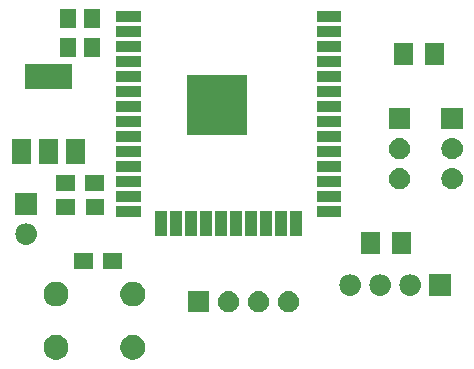
<source format=gbr>
%TF.GenerationSoftware,KiCad,Pcbnew,(5.0.1)-3*%
%TF.CreationDate,2019-10-12T21:06:36-05:00*%
%TF.ProjectId,pet_feeder,7065745F6665656465722E6B69636164,rev?*%
%TF.SameCoordinates,Original*%
%TF.FileFunction,Soldermask,Top*%
%TF.FilePolarity,Negative*%
%FSLAX46Y46*%
G04 Gerber Fmt 4.6, Leading zero omitted, Abs format (unit mm)*
G04 Created by KiCad (PCBNEW (5.0.1)-3) date 10/12/2019 9:06:36 PM*
%MOMM*%
%LPD*%
G01*
G04 APERTURE LIST*
%ADD10C,0.100000*%
G04 APERTURE END LIST*
D10*
G36*
X129846565Y-98739389D02*
X130037834Y-98818615D01*
X130209976Y-98933637D01*
X130356363Y-99080024D01*
X130471385Y-99252166D01*
X130550611Y-99443435D01*
X130591000Y-99646484D01*
X130591000Y-99853516D01*
X130550611Y-100056565D01*
X130471385Y-100247834D01*
X130356363Y-100419976D01*
X130209976Y-100566363D01*
X130037834Y-100681385D01*
X129846565Y-100760611D01*
X129643516Y-100801000D01*
X129436484Y-100801000D01*
X129233435Y-100760611D01*
X129042166Y-100681385D01*
X128870024Y-100566363D01*
X128723637Y-100419976D01*
X128608615Y-100247834D01*
X128529389Y-100056565D01*
X128489000Y-99853516D01*
X128489000Y-99646484D01*
X128529389Y-99443435D01*
X128608615Y-99252166D01*
X128723637Y-99080024D01*
X128870024Y-98933637D01*
X129042166Y-98818615D01*
X129233435Y-98739389D01*
X129436484Y-98699000D01*
X129643516Y-98699000D01*
X129846565Y-98739389D01*
X129846565Y-98739389D01*
G37*
G36*
X136346565Y-98739389D02*
X136537834Y-98818615D01*
X136709976Y-98933637D01*
X136856363Y-99080024D01*
X136971385Y-99252166D01*
X137050611Y-99443435D01*
X137091000Y-99646484D01*
X137091000Y-99853516D01*
X137050611Y-100056565D01*
X136971385Y-100247834D01*
X136856363Y-100419976D01*
X136709976Y-100566363D01*
X136537834Y-100681385D01*
X136346565Y-100760611D01*
X136143516Y-100801000D01*
X135936484Y-100801000D01*
X135733435Y-100760611D01*
X135542166Y-100681385D01*
X135370024Y-100566363D01*
X135223637Y-100419976D01*
X135108615Y-100247834D01*
X135029389Y-100056565D01*
X134989000Y-99853516D01*
X134989000Y-99646484D01*
X135029389Y-99443435D01*
X135108615Y-99252166D01*
X135223637Y-99080024D01*
X135370024Y-98933637D01*
X135542166Y-98818615D01*
X135733435Y-98739389D01*
X135936484Y-98699000D01*
X136143516Y-98699000D01*
X136346565Y-98739389D01*
X136346565Y-98739389D01*
G37*
G36*
X142506000Y-96786000D02*
X140704000Y-96786000D01*
X140704000Y-94984000D01*
X142506000Y-94984000D01*
X142506000Y-96786000D01*
X142506000Y-96786000D01*
G37*
G36*
X146795443Y-94990519D02*
X146861627Y-94997037D01*
X146974853Y-95031384D01*
X147031467Y-95048557D01*
X147170087Y-95122652D01*
X147187991Y-95132222D01*
X147223729Y-95161552D01*
X147325186Y-95244814D01*
X147408448Y-95346271D01*
X147437778Y-95382009D01*
X147437779Y-95382011D01*
X147521443Y-95538533D01*
X147521443Y-95538534D01*
X147572963Y-95708373D01*
X147590359Y-95885000D01*
X147572963Y-96061627D01*
X147538616Y-96174853D01*
X147521443Y-96231467D01*
X147505865Y-96260611D01*
X147437778Y-96387991D01*
X147408448Y-96423729D01*
X147325186Y-96525186D01*
X147223729Y-96608448D01*
X147187991Y-96637778D01*
X147187989Y-96637779D01*
X147031467Y-96721443D01*
X146974853Y-96738616D01*
X146861627Y-96772963D01*
X146795442Y-96779482D01*
X146729260Y-96786000D01*
X146640740Y-96786000D01*
X146574558Y-96779482D01*
X146508373Y-96772963D01*
X146395147Y-96738616D01*
X146338533Y-96721443D01*
X146182011Y-96637779D01*
X146182009Y-96637778D01*
X146146271Y-96608448D01*
X146044814Y-96525186D01*
X145961552Y-96423729D01*
X145932222Y-96387991D01*
X145864135Y-96260611D01*
X145848557Y-96231467D01*
X145831384Y-96174853D01*
X145797037Y-96061627D01*
X145779641Y-95885000D01*
X145797037Y-95708373D01*
X145848557Y-95538534D01*
X145848557Y-95538533D01*
X145932221Y-95382011D01*
X145932222Y-95382009D01*
X145961552Y-95346271D01*
X146044814Y-95244814D01*
X146146271Y-95161552D01*
X146182009Y-95132222D01*
X146199913Y-95122652D01*
X146338533Y-95048557D01*
X146395147Y-95031384D01*
X146508373Y-94997037D01*
X146574557Y-94990519D01*
X146640740Y-94984000D01*
X146729260Y-94984000D01*
X146795443Y-94990519D01*
X146795443Y-94990519D01*
G37*
G36*
X149335443Y-94990519D02*
X149401627Y-94997037D01*
X149514853Y-95031384D01*
X149571467Y-95048557D01*
X149710087Y-95122652D01*
X149727991Y-95132222D01*
X149763729Y-95161552D01*
X149865186Y-95244814D01*
X149948448Y-95346271D01*
X149977778Y-95382009D01*
X149977779Y-95382011D01*
X150061443Y-95538533D01*
X150061443Y-95538534D01*
X150112963Y-95708373D01*
X150130359Y-95885000D01*
X150112963Y-96061627D01*
X150078616Y-96174853D01*
X150061443Y-96231467D01*
X150045865Y-96260611D01*
X149977778Y-96387991D01*
X149948448Y-96423729D01*
X149865186Y-96525186D01*
X149763729Y-96608448D01*
X149727991Y-96637778D01*
X149727989Y-96637779D01*
X149571467Y-96721443D01*
X149514853Y-96738616D01*
X149401627Y-96772963D01*
X149335442Y-96779482D01*
X149269260Y-96786000D01*
X149180740Y-96786000D01*
X149114558Y-96779482D01*
X149048373Y-96772963D01*
X148935147Y-96738616D01*
X148878533Y-96721443D01*
X148722011Y-96637779D01*
X148722009Y-96637778D01*
X148686271Y-96608448D01*
X148584814Y-96525186D01*
X148501552Y-96423729D01*
X148472222Y-96387991D01*
X148404135Y-96260611D01*
X148388557Y-96231467D01*
X148371384Y-96174853D01*
X148337037Y-96061627D01*
X148319641Y-95885000D01*
X148337037Y-95708373D01*
X148388557Y-95538534D01*
X148388557Y-95538533D01*
X148472221Y-95382011D01*
X148472222Y-95382009D01*
X148501552Y-95346271D01*
X148584814Y-95244814D01*
X148686271Y-95161552D01*
X148722009Y-95132222D01*
X148739913Y-95122652D01*
X148878533Y-95048557D01*
X148935147Y-95031384D01*
X149048373Y-94997037D01*
X149114557Y-94990519D01*
X149180740Y-94984000D01*
X149269260Y-94984000D01*
X149335443Y-94990519D01*
X149335443Y-94990519D01*
G37*
G36*
X144255443Y-94990519D02*
X144321627Y-94997037D01*
X144434853Y-95031384D01*
X144491467Y-95048557D01*
X144630087Y-95122652D01*
X144647991Y-95132222D01*
X144683729Y-95161552D01*
X144785186Y-95244814D01*
X144868448Y-95346271D01*
X144897778Y-95382009D01*
X144897779Y-95382011D01*
X144981443Y-95538533D01*
X144981443Y-95538534D01*
X145032963Y-95708373D01*
X145050359Y-95885000D01*
X145032963Y-96061627D01*
X144998616Y-96174853D01*
X144981443Y-96231467D01*
X144965865Y-96260611D01*
X144897778Y-96387991D01*
X144868448Y-96423729D01*
X144785186Y-96525186D01*
X144683729Y-96608448D01*
X144647991Y-96637778D01*
X144647989Y-96637779D01*
X144491467Y-96721443D01*
X144434853Y-96738616D01*
X144321627Y-96772963D01*
X144255442Y-96779482D01*
X144189260Y-96786000D01*
X144100740Y-96786000D01*
X144034558Y-96779482D01*
X143968373Y-96772963D01*
X143855147Y-96738616D01*
X143798533Y-96721443D01*
X143642011Y-96637779D01*
X143642009Y-96637778D01*
X143606271Y-96608448D01*
X143504814Y-96525186D01*
X143421552Y-96423729D01*
X143392222Y-96387991D01*
X143324135Y-96260611D01*
X143308557Y-96231467D01*
X143291384Y-96174853D01*
X143257037Y-96061627D01*
X143239641Y-95885000D01*
X143257037Y-95708373D01*
X143308557Y-95538534D01*
X143308557Y-95538533D01*
X143392221Y-95382011D01*
X143392222Y-95382009D01*
X143421552Y-95346271D01*
X143504814Y-95244814D01*
X143606271Y-95161552D01*
X143642009Y-95132222D01*
X143659913Y-95122652D01*
X143798533Y-95048557D01*
X143855147Y-95031384D01*
X143968373Y-94997037D01*
X144034557Y-94990519D01*
X144100740Y-94984000D01*
X144189260Y-94984000D01*
X144255443Y-94990519D01*
X144255443Y-94990519D01*
G37*
G36*
X136346565Y-94239389D02*
X136537834Y-94318615D01*
X136709976Y-94433637D01*
X136856363Y-94580024D01*
X136971385Y-94752166D01*
X137050611Y-94943435D01*
X137091000Y-95146484D01*
X137091000Y-95353516D01*
X137050611Y-95556565D01*
X136971385Y-95747834D01*
X136856363Y-95919976D01*
X136709976Y-96066363D01*
X136537834Y-96181385D01*
X136346565Y-96260611D01*
X136143516Y-96301000D01*
X135936484Y-96301000D01*
X135733435Y-96260611D01*
X135542166Y-96181385D01*
X135370024Y-96066363D01*
X135223637Y-95919976D01*
X135108615Y-95747834D01*
X135029389Y-95556565D01*
X134989000Y-95353516D01*
X134989000Y-95146484D01*
X135029389Y-94943435D01*
X135108615Y-94752166D01*
X135223637Y-94580024D01*
X135370024Y-94433637D01*
X135542166Y-94318615D01*
X135733435Y-94239389D01*
X135936484Y-94199000D01*
X136143516Y-94199000D01*
X136346565Y-94239389D01*
X136346565Y-94239389D01*
G37*
G36*
X129846565Y-94239389D02*
X130037834Y-94318615D01*
X130209976Y-94433637D01*
X130356363Y-94580024D01*
X130471385Y-94752166D01*
X130550611Y-94943435D01*
X130591000Y-95146484D01*
X130591000Y-95353516D01*
X130550611Y-95556565D01*
X130471385Y-95747834D01*
X130356363Y-95919976D01*
X130209976Y-96066363D01*
X130037834Y-96181385D01*
X129846565Y-96260611D01*
X129643516Y-96301000D01*
X129436484Y-96301000D01*
X129233435Y-96260611D01*
X129042166Y-96181385D01*
X128870024Y-96066363D01*
X128723637Y-95919976D01*
X128608615Y-95747834D01*
X128529389Y-95556565D01*
X128489000Y-95353516D01*
X128489000Y-95146484D01*
X128529389Y-94943435D01*
X128608615Y-94752166D01*
X128723637Y-94580024D01*
X128870024Y-94433637D01*
X129042166Y-94318615D01*
X129233435Y-94239389D01*
X129436484Y-94199000D01*
X129643516Y-94199000D01*
X129846565Y-94239389D01*
X129846565Y-94239389D01*
G37*
G36*
X157082442Y-93593518D02*
X157148627Y-93600037D01*
X157261853Y-93634384D01*
X157318467Y-93651557D01*
X157457087Y-93725652D01*
X157474991Y-93735222D01*
X157510729Y-93764552D01*
X157612186Y-93847814D01*
X157695448Y-93949271D01*
X157724778Y-93985009D01*
X157724779Y-93985011D01*
X157808443Y-94141533D01*
X157808443Y-94141534D01*
X157859963Y-94311373D01*
X157877359Y-94488000D01*
X157859963Y-94664627D01*
X157833409Y-94752165D01*
X157808443Y-94834467D01*
X157734348Y-94973087D01*
X157724778Y-94990991D01*
X157719816Y-94997037D01*
X157612186Y-95128186D01*
X157510729Y-95211448D01*
X157474991Y-95240778D01*
X157474989Y-95240779D01*
X157318467Y-95324443D01*
X157261853Y-95341616D01*
X157148627Y-95375963D01*
X157082443Y-95382481D01*
X157016260Y-95389000D01*
X156927740Y-95389000D01*
X156861557Y-95382481D01*
X156795373Y-95375963D01*
X156682147Y-95341616D01*
X156625533Y-95324443D01*
X156469011Y-95240779D01*
X156469009Y-95240778D01*
X156433271Y-95211448D01*
X156331814Y-95128186D01*
X156224184Y-94997037D01*
X156219222Y-94990991D01*
X156209652Y-94973087D01*
X156135557Y-94834467D01*
X156110591Y-94752165D01*
X156084037Y-94664627D01*
X156066641Y-94488000D01*
X156084037Y-94311373D01*
X156135557Y-94141534D01*
X156135557Y-94141533D01*
X156219221Y-93985011D01*
X156219222Y-93985009D01*
X156248552Y-93949271D01*
X156331814Y-93847814D01*
X156433271Y-93764552D01*
X156469009Y-93735222D01*
X156486913Y-93725652D01*
X156625533Y-93651557D01*
X156682147Y-93634384D01*
X156795373Y-93600037D01*
X156861557Y-93593519D01*
X156927740Y-93587000D01*
X157016260Y-93587000D01*
X157082442Y-93593518D01*
X157082442Y-93593518D01*
G37*
G36*
X154542442Y-93593518D02*
X154608627Y-93600037D01*
X154721853Y-93634384D01*
X154778467Y-93651557D01*
X154917087Y-93725652D01*
X154934991Y-93735222D01*
X154970729Y-93764552D01*
X155072186Y-93847814D01*
X155155448Y-93949271D01*
X155184778Y-93985009D01*
X155184779Y-93985011D01*
X155268443Y-94141533D01*
X155268443Y-94141534D01*
X155319963Y-94311373D01*
X155337359Y-94488000D01*
X155319963Y-94664627D01*
X155293409Y-94752165D01*
X155268443Y-94834467D01*
X155194348Y-94973087D01*
X155184778Y-94990991D01*
X155179816Y-94997037D01*
X155072186Y-95128186D01*
X154970729Y-95211448D01*
X154934991Y-95240778D01*
X154934989Y-95240779D01*
X154778467Y-95324443D01*
X154721853Y-95341616D01*
X154608627Y-95375963D01*
X154542443Y-95382481D01*
X154476260Y-95389000D01*
X154387740Y-95389000D01*
X154321557Y-95382481D01*
X154255373Y-95375963D01*
X154142147Y-95341616D01*
X154085533Y-95324443D01*
X153929011Y-95240779D01*
X153929009Y-95240778D01*
X153893271Y-95211448D01*
X153791814Y-95128186D01*
X153684184Y-94997037D01*
X153679222Y-94990991D01*
X153669652Y-94973087D01*
X153595557Y-94834467D01*
X153570591Y-94752165D01*
X153544037Y-94664627D01*
X153526641Y-94488000D01*
X153544037Y-94311373D01*
X153595557Y-94141534D01*
X153595557Y-94141533D01*
X153679221Y-93985011D01*
X153679222Y-93985009D01*
X153708552Y-93949271D01*
X153791814Y-93847814D01*
X153893271Y-93764552D01*
X153929009Y-93735222D01*
X153946913Y-93725652D01*
X154085533Y-93651557D01*
X154142147Y-93634384D01*
X154255373Y-93600037D01*
X154321557Y-93593519D01*
X154387740Y-93587000D01*
X154476260Y-93587000D01*
X154542442Y-93593518D01*
X154542442Y-93593518D01*
G37*
G36*
X159622442Y-93593518D02*
X159688627Y-93600037D01*
X159801853Y-93634384D01*
X159858467Y-93651557D01*
X159997087Y-93725652D01*
X160014991Y-93735222D01*
X160050729Y-93764552D01*
X160152186Y-93847814D01*
X160235448Y-93949271D01*
X160264778Y-93985009D01*
X160264779Y-93985011D01*
X160348443Y-94141533D01*
X160348443Y-94141534D01*
X160399963Y-94311373D01*
X160417359Y-94488000D01*
X160399963Y-94664627D01*
X160373409Y-94752165D01*
X160348443Y-94834467D01*
X160274348Y-94973087D01*
X160264778Y-94990991D01*
X160259816Y-94997037D01*
X160152186Y-95128186D01*
X160050729Y-95211448D01*
X160014991Y-95240778D01*
X160014989Y-95240779D01*
X159858467Y-95324443D01*
X159801853Y-95341616D01*
X159688627Y-95375963D01*
X159622443Y-95382481D01*
X159556260Y-95389000D01*
X159467740Y-95389000D01*
X159401557Y-95382481D01*
X159335373Y-95375963D01*
X159222147Y-95341616D01*
X159165533Y-95324443D01*
X159009011Y-95240779D01*
X159009009Y-95240778D01*
X158973271Y-95211448D01*
X158871814Y-95128186D01*
X158764184Y-94997037D01*
X158759222Y-94990991D01*
X158749652Y-94973087D01*
X158675557Y-94834467D01*
X158650591Y-94752165D01*
X158624037Y-94664627D01*
X158606641Y-94488000D01*
X158624037Y-94311373D01*
X158675557Y-94141534D01*
X158675557Y-94141533D01*
X158759221Y-93985011D01*
X158759222Y-93985009D01*
X158788552Y-93949271D01*
X158871814Y-93847814D01*
X158973271Y-93764552D01*
X159009009Y-93735222D01*
X159026913Y-93725652D01*
X159165533Y-93651557D01*
X159222147Y-93634384D01*
X159335373Y-93600037D01*
X159401557Y-93593519D01*
X159467740Y-93587000D01*
X159556260Y-93587000D01*
X159622442Y-93593518D01*
X159622442Y-93593518D01*
G37*
G36*
X162953000Y-95389000D02*
X161151000Y-95389000D01*
X161151000Y-93587000D01*
X162953000Y-93587000D01*
X162953000Y-95389000D01*
X162953000Y-95389000D01*
G37*
G36*
X132647000Y-93132000D02*
X131045000Y-93132000D01*
X131045000Y-91780000D01*
X132647000Y-91780000D01*
X132647000Y-93132000D01*
X132647000Y-93132000D01*
G37*
G36*
X135147000Y-93132000D02*
X133545000Y-93132000D01*
X133545000Y-91780000D01*
X135147000Y-91780000D01*
X135147000Y-93132000D01*
X135147000Y-93132000D01*
G37*
G36*
X159611000Y-91833000D02*
X158009000Y-91833000D01*
X158009000Y-90031000D01*
X159611000Y-90031000D01*
X159611000Y-91833000D01*
X159611000Y-91833000D01*
G37*
G36*
X156951000Y-91833000D02*
X155349000Y-91833000D01*
X155349000Y-90031000D01*
X156951000Y-90031000D01*
X156951000Y-91833000D01*
X156951000Y-91833000D01*
G37*
G36*
X127110443Y-89275519D02*
X127176627Y-89282037D01*
X127289853Y-89316384D01*
X127346467Y-89333557D01*
X127485087Y-89407652D01*
X127502991Y-89417222D01*
X127538729Y-89446552D01*
X127640186Y-89529814D01*
X127723448Y-89631271D01*
X127752778Y-89667009D01*
X127752779Y-89667011D01*
X127836443Y-89823533D01*
X127836443Y-89823534D01*
X127887963Y-89993373D01*
X127905359Y-90170000D01*
X127887963Y-90346627D01*
X127853616Y-90459853D01*
X127836443Y-90516467D01*
X127762348Y-90655087D01*
X127752778Y-90672991D01*
X127746205Y-90681000D01*
X127640186Y-90810186D01*
X127538729Y-90893448D01*
X127502991Y-90922778D01*
X127502989Y-90922779D01*
X127346467Y-91006443D01*
X127289853Y-91023616D01*
X127176627Y-91057963D01*
X127110442Y-91064482D01*
X127044260Y-91071000D01*
X126955740Y-91071000D01*
X126889558Y-91064482D01*
X126823373Y-91057963D01*
X126710147Y-91023616D01*
X126653533Y-91006443D01*
X126497011Y-90922779D01*
X126497009Y-90922778D01*
X126461271Y-90893448D01*
X126359814Y-90810186D01*
X126253795Y-90681000D01*
X126247222Y-90672991D01*
X126237652Y-90655087D01*
X126163557Y-90516467D01*
X126146384Y-90459853D01*
X126112037Y-90346627D01*
X126094641Y-90170000D01*
X126112037Y-89993373D01*
X126163557Y-89823534D01*
X126163557Y-89823533D01*
X126247221Y-89667011D01*
X126247222Y-89667009D01*
X126276552Y-89631271D01*
X126359814Y-89529814D01*
X126461271Y-89446552D01*
X126497009Y-89417222D01*
X126514913Y-89407652D01*
X126653533Y-89333557D01*
X126710147Y-89316384D01*
X126823373Y-89282037D01*
X126889557Y-89275519D01*
X126955740Y-89269000D01*
X127044260Y-89269000D01*
X127110443Y-89275519D01*
X127110443Y-89275519D01*
G37*
G36*
X138931000Y-90316000D02*
X137929000Y-90316000D01*
X137929000Y-88214000D01*
X138931000Y-88214000D01*
X138931000Y-90316000D01*
X138931000Y-90316000D01*
G37*
G36*
X141471000Y-90316000D02*
X140469000Y-90316000D01*
X140469000Y-88214000D01*
X141471000Y-88214000D01*
X141471000Y-90316000D01*
X141471000Y-90316000D01*
G37*
G36*
X142741000Y-90316000D02*
X141739000Y-90316000D01*
X141739000Y-88214000D01*
X142741000Y-88214000D01*
X142741000Y-90316000D01*
X142741000Y-90316000D01*
G37*
G36*
X147821000Y-90316000D02*
X146819000Y-90316000D01*
X146819000Y-88214000D01*
X147821000Y-88214000D01*
X147821000Y-90316000D01*
X147821000Y-90316000D01*
G37*
G36*
X144011000Y-90316000D02*
X143009000Y-90316000D01*
X143009000Y-88214000D01*
X144011000Y-88214000D01*
X144011000Y-90316000D01*
X144011000Y-90316000D01*
G37*
G36*
X146551000Y-90316000D02*
X145549000Y-90316000D01*
X145549000Y-88214000D01*
X146551000Y-88214000D01*
X146551000Y-90316000D01*
X146551000Y-90316000D01*
G37*
G36*
X149091000Y-90316000D02*
X148089000Y-90316000D01*
X148089000Y-88214000D01*
X149091000Y-88214000D01*
X149091000Y-90316000D01*
X149091000Y-90316000D01*
G37*
G36*
X140201000Y-90316000D02*
X139199000Y-90316000D01*
X139199000Y-88214000D01*
X140201000Y-88214000D01*
X140201000Y-90316000D01*
X140201000Y-90316000D01*
G37*
G36*
X150361000Y-90316000D02*
X149359000Y-90316000D01*
X149359000Y-88214000D01*
X150361000Y-88214000D01*
X150361000Y-90316000D01*
X150361000Y-90316000D01*
G37*
G36*
X145281000Y-90316000D02*
X144279000Y-90316000D01*
X144279000Y-88214000D01*
X145281000Y-88214000D01*
X145281000Y-90316000D01*
X145281000Y-90316000D01*
G37*
G36*
X136696000Y-88766000D02*
X134594000Y-88766000D01*
X134594000Y-87764000D01*
X136696000Y-87764000D01*
X136696000Y-88766000D01*
X136696000Y-88766000D01*
G37*
G36*
X153696000Y-88766000D02*
X151594000Y-88766000D01*
X151594000Y-87764000D01*
X153696000Y-87764000D01*
X153696000Y-88766000D01*
X153696000Y-88766000D01*
G37*
G36*
X131143000Y-88560000D02*
X129541000Y-88560000D01*
X129541000Y-87208000D01*
X131143000Y-87208000D01*
X131143000Y-88560000D01*
X131143000Y-88560000D01*
G37*
G36*
X133643000Y-88560000D02*
X132041000Y-88560000D01*
X132041000Y-87208000D01*
X133643000Y-87208000D01*
X133643000Y-88560000D01*
X133643000Y-88560000D01*
G37*
G36*
X127901000Y-88531000D02*
X126099000Y-88531000D01*
X126099000Y-86729000D01*
X127901000Y-86729000D01*
X127901000Y-88531000D01*
X127901000Y-88531000D01*
G37*
G36*
X153696000Y-87496000D02*
X151594000Y-87496000D01*
X151594000Y-86494000D01*
X153696000Y-86494000D01*
X153696000Y-87496000D01*
X153696000Y-87496000D01*
G37*
G36*
X136696000Y-87496000D02*
X134594000Y-87496000D01*
X134594000Y-86494000D01*
X136696000Y-86494000D01*
X136696000Y-87496000D01*
X136696000Y-87496000D01*
G37*
G36*
X133623000Y-86528000D02*
X132021000Y-86528000D01*
X132021000Y-85176000D01*
X133623000Y-85176000D01*
X133623000Y-86528000D01*
X133623000Y-86528000D01*
G37*
G36*
X131123000Y-86528000D02*
X129521000Y-86528000D01*
X129521000Y-85176000D01*
X131123000Y-85176000D01*
X131123000Y-86528000D01*
X131123000Y-86528000D01*
G37*
G36*
X163178443Y-84576519D02*
X163244627Y-84583037D01*
X163357853Y-84617384D01*
X163414467Y-84634557D01*
X163553087Y-84708652D01*
X163570991Y-84718222D01*
X163606729Y-84747552D01*
X163708186Y-84830814D01*
X163791448Y-84932271D01*
X163820778Y-84968009D01*
X163820779Y-84968011D01*
X163904443Y-85124533D01*
X163904443Y-85124534D01*
X163955963Y-85294373D01*
X163973359Y-85471000D01*
X163955963Y-85647627D01*
X163921616Y-85760853D01*
X163904443Y-85817467D01*
X163830348Y-85956087D01*
X163820778Y-85973991D01*
X163791448Y-86009729D01*
X163708186Y-86111186D01*
X163606729Y-86194448D01*
X163570991Y-86223778D01*
X163570989Y-86223779D01*
X163414467Y-86307443D01*
X163357853Y-86324616D01*
X163244627Y-86358963D01*
X163178443Y-86365481D01*
X163112260Y-86372000D01*
X163023740Y-86372000D01*
X162957557Y-86365481D01*
X162891373Y-86358963D01*
X162778147Y-86324616D01*
X162721533Y-86307443D01*
X162565011Y-86223779D01*
X162565009Y-86223778D01*
X162529271Y-86194448D01*
X162427814Y-86111186D01*
X162344552Y-86009729D01*
X162315222Y-85973991D01*
X162305652Y-85956087D01*
X162231557Y-85817467D01*
X162214384Y-85760853D01*
X162180037Y-85647627D01*
X162162641Y-85471000D01*
X162180037Y-85294373D01*
X162231557Y-85124534D01*
X162231557Y-85124533D01*
X162315221Y-84968011D01*
X162315222Y-84968009D01*
X162344552Y-84932271D01*
X162427814Y-84830814D01*
X162529271Y-84747552D01*
X162565009Y-84718222D01*
X162582913Y-84708652D01*
X162721533Y-84634557D01*
X162778147Y-84617384D01*
X162891373Y-84583037D01*
X162957557Y-84576519D01*
X163023740Y-84570000D01*
X163112260Y-84570000D01*
X163178443Y-84576519D01*
X163178443Y-84576519D01*
G37*
G36*
X158733443Y-84576519D02*
X158799627Y-84583037D01*
X158912853Y-84617384D01*
X158969467Y-84634557D01*
X159108087Y-84708652D01*
X159125991Y-84718222D01*
X159161729Y-84747552D01*
X159263186Y-84830814D01*
X159346448Y-84932271D01*
X159375778Y-84968009D01*
X159375779Y-84968011D01*
X159459443Y-85124533D01*
X159459443Y-85124534D01*
X159510963Y-85294373D01*
X159528359Y-85471000D01*
X159510963Y-85647627D01*
X159476616Y-85760853D01*
X159459443Y-85817467D01*
X159385348Y-85956087D01*
X159375778Y-85973991D01*
X159346448Y-86009729D01*
X159263186Y-86111186D01*
X159161729Y-86194448D01*
X159125991Y-86223778D01*
X159125989Y-86223779D01*
X158969467Y-86307443D01*
X158912853Y-86324616D01*
X158799627Y-86358963D01*
X158733443Y-86365481D01*
X158667260Y-86372000D01*
X158578740Y-86372000D01*
X158512557Y-86365481D01*
X158446373Y-86358963D01*
X158333147Y-86324616D01*
X158276533Y-86307443D01*
X158120011Y-86223779D01*
X158120009Y-86223778D01*
X158084271Y-86194448D01*
X157982814Y-86111186D01*
X157899552Y-86009729D01*
X157870222Y-85973991D01*
X157860652Y-85956087D01*
X157786557Y-85817467D01*
X157769384Y-85760853D01*
X157735037Y-85647627D01*
X157717641Y-85471000D01*
X157735037Y-85294373D01*
X157786557Y-85124534D01*
X157786557Y-85124533D01*
X157870221Y-84968011D01*
X157870222Y-84968009D01*
X157899552Y-84932271D01*
X157982814Y-84830814D01*
X158084271Y-84747552D01*
X158120009Y-84718222D01*
X158137913Y-84708652D01*
X158276533Y-84634557D01*
X158333147Y-84617384D01*
X158446373Y-84583037D01*
X158512557Y-84576519D01*
X158578740Y-84570000D01*
X158667260Y-84570000D01*
X158733443Y-84576519D01*
X158733443Y-84576519D01*
G37*
G36*
X136696000Y-86226000D02*
X134594000Y-86226000D01*
X134594000Y-85224000D01*
X136696000Y-85224000D01*
X136696000Y-86226000D01*
X136696000Y-86226000D01*
G37*
G36*
X153696000Y-86226000D02*
X151594000Y-86226000D01*
X151594000Y-85224000D01*
X153696000Y-85224000D01*
X153696000Y-86226000D01*
X153696000Y-86226000D01*
G37*
G36*
X153696000Y-84956000D02*
X151594000Y-84956000D01*
X151594000Y-83954000D01*
X153696000Y-83954000D01*
X153696000Y-84956000D01*
X153696000Y-84956000D01*
G37*
G36*
X136696000Y-84956000D02*
X134594000Y-84956000D01*
X134594000Y-83954000D01*
X136696000Y-83954000D01*
X136696000Y-84956000D01*
X136696000Y-84956000D01*
G37*
G36*
X127406000Y-84211000D02*
X125804000Y-84211000D01*
X125804000Y-82109000D01*
X127406000Y-82109000D01*
X127406000Y-84211000D01*
X127406000Y-84211000D01*
G37*
G36*
X129706000Y-84211000D02*
X128104000Y-84211000D01*
X128104000Y-82109000D01*
X129706000Y-82109000D01*
X129706000Y-84211000D01*
X129706000Y-84211000D01*
G37*
G36*
X132006000Y-84211000D02*
X130404000Y-84211000D01*
X130404000Y-82109000D01*
X132006000Y-82109000D01*
X132006000Y-84211000D01*
X132006000Y-84211000D01*
G37*
G36*
X158733442Y-82036518D02*
X158799627Y-82043037D01*
X158912853Y-82077384D01*
X158969467Y-82094557D01*
X159108087Y-82168652D01*
X159125991Y-82178222D01*
X159161729Y-82207552D01*
X159263186Y-82290814D01*
X159346448Y-82392271D01*
X159375778Y-82428009D01*
X159375779Y-82428011D01*
X159459443Y-82584533D01*
X159459443Y-82584534D01*
X159510963Y-82754373D01*
X159528359Y-82931000D01*
X159510963Y-83107627D01*
X159476616Y-83220853D01*
X159459443Y-83277467D01*
X159385348Y-83416087D01*
X159375778Y-83433991D01*
X159346448Y-83469729D01*
X159263186Y-83571186D01*
X159161729Y-83654448D01*
X159125991Y-83683778D01*
X159125989Y-83683779D01*
X158969467Y-83767443D01*
X158912853Y-83784616D01*
X158799627Y-83818963D01*
X158733442Y-83825482D01*
X158667260Y-83832000D01*
X158578740Y-83832000D01*
X158512558Y-83825482D01*
X158446373Y-83818963D01*
X158333147Y-83784616D01*
X158276533Y-83767443D01*
X158120011Y-83683779D01*
X158120009Y-83683778D01*
X158084271Y-83654448D01*
X157982814Y-83571186D01*
X157899552Y-83469729D01*
X157870222Y-83433991D01*
X157860652Y-83416087D01*
X157786557Y-83277467D01*
X157769384Y-83220853D01*
X157735037Y-83107627D01*
X157717641Y-82931000D01*
X157735037Y-82754373D01*
X157786557Y-82584534D01*
X157786557Y-82584533D01*
X157870221Y-82428011D01*
X157870222Y-82428009D01*
X157899552Y-82392271D01*
X157982814Y-82290814D01*
X158084271Y-82207552D01*
X158120009Y-82178222D01*
X158137913Y-82168652D01*
X158276533Y-82094557D01*
X158333147Y-82077384D01*
X158446373Y-82043037D01*
X158512558Y-82036518D01*
X158578740Y-82030000D01*
X158667260Y-82030000D01*
X158733442Y-82036518D01*
X158733442Y-82036518D01*
G37*
G36*
X163178442Y-82036518D02*
X163244627Y-82043037D01*
X163357853Y-82077384D01*
X163414467Y-82094557D01*
X163553087Y-82168652D01*
X163570991Y-82178222D01*
X163606729Y-82207552D01*
X163708186Y-82290814D01*
X163791448Y-82392271D01*
X163820778Y-82428009D01*
X163820779Y-82428011D01*
X163904443Y-82584533D01*
X163904443Y-82584534D01*
X163955963Y-82754373D01*
X163973359Y-82931000D01*
X163955963Y-83107627D01*
X163921616Y-83220853D01*
X163904443Y-83277467D01*
X163830348Y-83416087D01*
X163820778Y-83433991D01*
X163791448Y-83469729D01*
X163708186Y-83571186D01*
X163606729Y-83654448D01*
X163570991Y-83683778D01*
X163570989Y-83683779D01*
X163414467Y-83767443D01*
X163357853Y-83784616D01*
X163244627Y-83818963D01*
X163178442Y-83825482D01*
X163112260Y-83832000D01*
X163023740Y-83832000D01*
X162957558Y-83825482D01*
X162891373Y-83818963D01*
X162778147Y-83784616D01*
X162721533Y-83767443D01*
X162565011Y-83683779D01*
X162565009Y-83683778D01*
X162529271Y-83654448D01*
X162427814Y-83571186D01*
X162344552Y-83469729D01*
X162315222Y-83433991D01*
X162305652Y-83416087D01*
X162231557Y-83277467D01*
X162214384Y-83220853D01*
X162180037Y-83107627D01*
X162162641Y-82931000D01*
X162180037Y-82754373D01*
X162231557Y-82584534D01*
X162231557Y-82584533D01*
X162315221Y-82428011D01*
X162315222Y-82428009D01*
X162344552Y-82392271D01*
X162427814Y-82290814D01*
X162529271Y-82207552D01*
X162565009Y-82178222D01*
X162582913Y-82168652D01*
X162721533Y-82094557D01*
X162778147Y-82077384D01*
X162891373Y-82043037D01*
X162957558Y-82036518D01*
X163023740Y-82030000D01*
X163112260Y-82030000D01*
X163178442Y-82036518D01*
X163178442Y-82036518D01*
G37*
G36*
X136696000Y-83686000D02*
X134594000Y-83686000D01*
X134594000Y-82684000D01*
X136696000Y-82684000D01*
X136696000Y-83686000D01*
X136696000Y-83686000D01*
G37*
G36*
X153696000Y-83686000D02*
X151594000Y-83686000D01*
X151594000Y-82684000D01*
X153696000Y-82684000D01*
X153696000Y-83686000D01*
X153696000Y-83686000D01*
G37*
G36*
X153696000Y-82416000D02*
X151594000Y-82416000D01*
X151594000Y-81414000D01*
X153696000Y-81414000D01*
X153696000Y-82416000D01*
X153696000Y-82416000D01*
G37*
G36*
X136696000Y-82416000D02*
X134594000Y-82416000D01*
X134594000Y-81414000D01*
X136696000Y-81414000D01*
X136696000Y-82416000D01*
X136696000Y-82416000D01*
G37*
G36*
X145696000Y-81806000D02*
X140594000Y-81806000D01*
X140594000Y-76704000D01*
X145696000Y-76704000D01*
X145696000Y-81806000D01*
X145696000Y-81806000D01*
G37*
G36*
X159524000Y-81292000D02*
X157722000Y-81292000D01*
X157722000Y-79490000D01*
X159524000Y-79490000D01*
X159524000Y-81292000D01*
X159524000Y-81292000D01*
G37*
G36*
X163969000Y-81292000D02*
X162167000Y-81292000D01*
X162167000Y-79490000D01*
X163969000Y-79490000D01*
X163969000Y-81292000D01*
X163969000Y-81292000D01*
G37*
G36*
X153696000Y-81146000D02*
X151594000Y-81146000D01*
X151594000Y-80144000D01*
X153696000Y-80144000D01*
X153696000Y-81146000D01*
X153696000Y-81146000D01*
G37*
G36*
X136696000Y-81146000D02*
X134594000Y-81146000D01*
X134594000Y-80144000D01*
X136696000Y-80144000D01*
X136696000Y-81146000D01*
X136696000Y-81146000D01*
G37*
G36*
X153696000Y-79876000D02*
X151594000Y-79876000D01*
X151594000Y-78874000D01*
X153696000Y-78874000D01*
X153696000Y-79876000D01*
X153696000Y-79876000D01*
G37*
G36*
X136696000Y-79876000D02*
X134594000Y-79876000D01*
X134594000Y-78874000D01*
X136696000Y-78874000D01*
X136696000Y-79876000D01*
X136696000Y-79876000D01*
G37*
G36*
X136696000Y-78606000D02*
X134594000Y-78606000D01*
X134594000Y-77604000D01*
X136696000Y-77604000D01*
X136696000Y-78606000D01*
X136696000Y-78606000D01*
G37*
G36*
X153696000Y-78606000D02*
X151594000Y-78606000D01*
X151594000Y-77604000D01*
X153696000Y-77604000D01*
X153696000Y-78606000D01*
X153696000Y-78606000D01*
G37*
G36*
X130856000Y-77911000D02*
X126954000Y-77911000D01*
X126954000Y-75809000D01*
X130856000Y-75809000D01*
X130856000Y-77911000D01*
X130856000Y-77911000D01*
G37*
G36*
X153696000Y-77336000D02*
X151594000Y-77336000D01*
X151594000Y-76334000D01*
X153696000Y-76334000D01*
X153696000Y-77336000D01*
X153696000Y-77336000D01*
G37*
G36*
X136696000Y-77336000D02*
X134594000Y-77336000D01*
X134594000Y-76334000D01*
X136696000Y-76334000D01*
X136696000Y-77336000D01*
X136696000Y-77336000D01*
G37*
G36*
X136696000Y-76066000D02*
X134594000Y-76066000D01*
X134594000Y-75064000D01*
X136696000Y-75064000D01*
X136696000Y-76066000D01*
X136696000Y-76066000D01*
G37*
G36*
X153696000Y-76066000D02*
X151594000Y-76066000D01*
X151594000Y-75064000D01*
X153696000Y-75064000D01*
X153696000Y-76066000D01*
X153696000Y-76066000D01*
G37*
G36*
X162405000Y-75831000D02*
X160803000Y-75831000D01*
X160803000Y-74029000D01*
X162405000Y-74029000D01*
X162405000Y-75831000D01*
X162405000Y-75831000D01*
G37*
G36*
X159745000Y-75831000D02*
X158143000Y-75831000D01*
X158143000Y-74029000D01*
X159745000Y-74029000D01*
X159745000Y-75831000D01*
X159745000Y-75831000D01*
G37*
G36*
X131232000Y-75203000D02*
X129880000Y-75203000D01*
X129880000Y-73601000D01*
X131232000Y-73601000D01*
X131232000Y-75203000D01*
X131232000Y-75203000D01*
G37*
G36*
X133264000Y-75203000D02*
X131912000Y-75203000D01*
X131912000Y-73601000D01*
X133264000Y-73601000D01*
X133264000Y-75203000D01*
X133264000Y-75203000D01*
G37*
G36*
X136696000Y-74796000D02*
X134594000Y-74796000D01*
X134594000Y-73794000D01*
X136696000Y-73794000D01*
X136696000Y-74796000D01*
X136696000Y-74796000D01*
G37*
G36*
X153696000Y-74796000D02*
X151594000Y-74796000D01*
X151594000Y-73794000D01*
X153696000Y-73794000D01*
X153696000Y-74796000D01*
X153696000Y-74796000D01*
G37*
G36*
X136696000Y-73526000D02*
X134594000Y-73526000D01*
X134594000Y-72524000D01*
X136696000Y-72524000D01*
X136696000Y-73526000D01*
X136696000Y-73526000D01*
G37*
G36*
X153696000Y-73526000D02*
X151594000Y-73526000D01*
X151594000Y-72524000D01*
X153696000Y-72524000D01*
X153696000Y-73526000D01*
X153696000Y-73526000D01*
G37*
G36*
X131232000Y-72703000D02*
X129880000Y-72703000D01*
X129880000Y-71101000D01*
X131232000Y-71101000D01*
X131232000Y-72703000D01*
X131232000Y-72703000D01*
G37*
G36*
X133264000Y-72703000D02*
X131912000Y-72703000D01*
X131912000Y-71101000D01*
X133264000Y-71101000D01*
X133264000Y-72703000D01*
X133264000Y-72703000D01*
G37*
G36*
X153696000Y-72256000D02*
X151594000Y-72256000D01*
X151594000Y-71254000D01*
X153696000Y-71254000D01*
X153696000Y-72256000D01*
X153696000Y-72256000D01*
G37*
G36*
X136696000Y-72256000D02*
X134594000Y-72256000D01*
X134594000Y-71254000D01*
X136696000Y-71254000D01*
X136696000Y-72256000D01*
X136696000Y-72256000D01*
G37*
M02*

</source>
